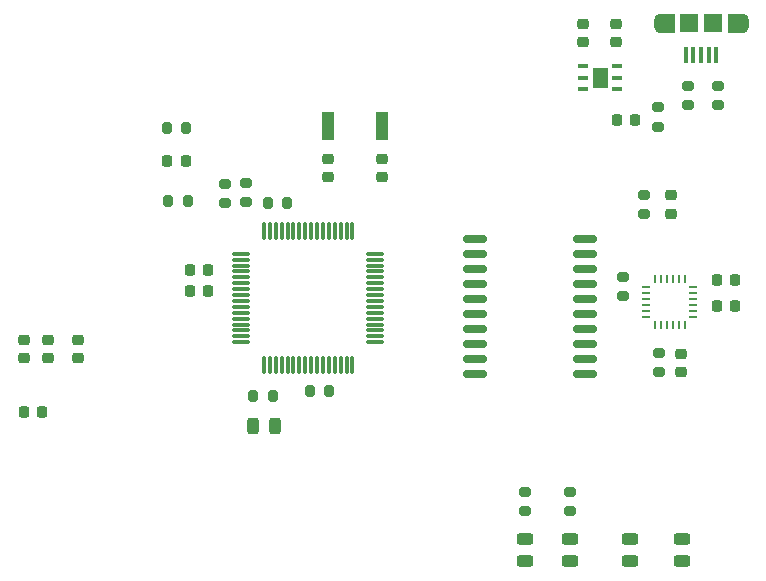
<source format=gtp>
%TF.GenerationSoftware,KiCad,Pcbnew,8.0.5*%
%TF.CreationDate,2024-12-24T01:11:55+09:00*%
%TF.ProjectId,Balancing_robot,42616c61-6e63-4696-9e67-5f726f626f74,rev?*%
%TF.SameCoordinates,Original*%
%TF.FileFunction,Paste,Top*%
%TF.FilePolarity,Positive*%
%FSLAX46Y46*%
G04 Gerber Fmt 4.6, Leading zero omitted, Abs format (unit mm)*
G04 Created by KiCad (PCBNEW 8.0.5) date 2024-12-24 01:11:55*
%MOMM*%
%LPD*%
G01*
G04 APERTURE LIST*
G04 Aperture macros list*
%AMRoundRect*
0 Rectangle with rounded corners*
0 $1 Rounding radius*
0 $2 $3 $4 $5 $6 $7 $8 $9 X,Y pos of 4 corners*
0 Add a 4 corners polygon primitive as box body*
4,1,4,$2,$3,$4,$5,$6,$7,$8,$9,$2,$3,0*
0 Add four circle primitives for the rounded corners*
1,1,$1+$1,$2,$3*
1,1,$1+$1,$4,$5*
1,1,$1+$1,$6,$7*
1,1,$1+$1,$8,$9*
0 Add four rect primitives between the rounded corners*
20,1,$1+$1,$2,$3,$4,$5,0*
20,1,$1+$1,$4,$5,$6,$7,0*
20,1,$1+$1,$6,$7,$8,$9,0*
20,1,$1+$1,$8,$9,$2,$3,0*%
G04 Aperture macros list end*
%ADD10C,0.010000*%
%ADD11RoundRect,0.225000X0.250000X-0.225000X0.250000X0.225000X-0.250000X0.225000X-0.250000X-0.225000X0*%
%ADD12RoundRect,0.225000X-0.225000X-0.250000X0.225000X-0.250000X0.225000X0.250000X-0.225000X0.250000X0*%
%ADD13R,0.400000X1.350000*%
%ADD14R,1.500000X1.550000*%
%ADD15RoundRect,0.035000X-0.700000X-0.105000X0.700000X-0.105000X0.700000X0.105000X-0.700000X0.105000X0*%
%ADD16RoundRect,0.035000X-0.105000X-0.700000X0.105000X-0.700000X0.105000X0.700000X-0.105000X0.700000X0*%
%ADD17RoundRect,0.225000X-0.250000X0.225000X-0.250000X-0.225000X0.250000X-0.225000X0.250000X0.225000X0*%
%ADD18RoundRect,0.243750X0.243750X0.456250X-0.243750X0.456250X-0.243750X-0.456250X0.243750X-0.456250X0*%
%ADD19RoundRect,0.200000X-0.200000X-0.275000X0.200000X-0.275000X0.200000X0.275000X-0.200000X0.275000X0*%
%ADD20RoundRect,0.200000X-0.275000X0.200000X-0.275000X-0.200000X0.275000X-0.200000X0.275000X0.200000X0*%
%ADD21RoundRect,0.200000X0.275000X-0.200000X0.275000X0.200000X-0.275000X0.200000X-0.275000X-0.200000X0*%
%ADD22R,0.790000X0.280000*%
%ADD23R,0.280000X0.790000*%
%ADD24RoundRect,0.150000X-0.875000X-0.150000X0.875000X-0.150000X0.875000X0.150000X-0.875000X0.150000X0*%
%ADD25RoundRect,0.243750X-0.456250X0.243750X-0.456250X-0.243750X0.456250X-0.243750X0.456250X0.243750X0*%
%ADD26RoundRect,0.243750X0.456250X-0.243750X0.456250X0.243750X-0.456250X0.243750X-0.456250X-0.243750X0*%
%ADD27RoundRect,0.225000X0.225000X0.250000X-0.225000X0.250000X-0.225000X-0.250000X0.225000X-0.250000X0*%
%ADD28RoundRect,0.218750X0.256250X-0.218750X0.256250X0.218750X-0.256250X0.218750X-0.256250X-0.218750X0*%
%ADD29R,0.980000X2.400000*%
%ADD30RoundRect,0.100000X-0.320000X-0.100000X0.320000X-0.100000X0.320000X0.100000X-0.320000X0.100000X0*%
%ADD31RoundRect,0.200000X0.200000X0.275000X-0.200000X0.275000X-0.200000X-0.275000X0.200000X-0.275000X0*%
G04 APERTURE END LIST*
D10*
%TO.C,J4*%
X119902600Y-60609200D02*
X118757600Y-60609200D01*
X118731600Y-60608200D01*
X118705600Y-60606200D01*
X118679600Y-60603200D01*
X118653600Y-60598200D01*
X118628600Y-60592200D01*
X118602600Y-60585200D01*
X118578600Y-60576200D01*
X118554600Y-60566200D01*
X118530600Y-60555200D01*
X118507600Y-60542200D01*
X118485600Y-60528200D01*
X118463600Y-60514200D01*
X118442600Y-60498200D01*
X118422600Y-60481200D01*
X118403600Y-60463200D01*
X118385600Y-60444200D01*
X118368600Y-60424200D01*
X118352600Y-60403200D01*
X118338600Y-60381200D01*
X118324600Y-60359200D01*
X118311600Y-60336200D01*
X118300600Y-60312200D01*
X118290600Y-60288200D01*
X118281600Y-60264200D01*
X118274600Y-60238200D01*
X118268600Y-60213200D01*
X118263600Y-60187200D01*
X118260600Y-60161200D01*
X118258600Y-60135200D01*
X118257600Y-60109200D01*
X118257600Y-59559200D01*
X118258600Y-59533200D01*
X118260600Y-59507200D01*
X118263600Y-59481200D01*
X118268600Y-59455200D01*
X118274600Y-59430200D01*
X118281600Y-59404200D01*
X118290600Y-59380200D01*
X118300600Y-59356200D01*
X118311600Y-59332200D01*
X118324600Y-59309200D01*
X118338600Y-59287200D01*
X118352600Y-59265200D01*
X118368600Y-59244200D01*
X118385600Y-59224200D01*
X118403600Y-59205200D01*
X118422600Y-59187200D01*
X118442600Y-59170200D01*
X118463600Y-59154200D01*
X118485600Y-59140200D01*
X118507600Y-59126200D01*
X118530600Y-59113200D01*
X118554600Y-59102200D01*
X118578600Y-59092200D01*
X118602600Y-59083200D01*
X118628600Y-59076200D01*
X118653600Y-59070200D01*
X118679600Y-59065200D01*
X118705600Y-59062200D01*
X118731600Y-59060200D01*
X118757600Y-59059200D01*
X119902600Y-59059200D01*
X119902600Y-60609200D01*
G36*
X119902600Y-60609200D02*
G01*
X118757600Y-60609200D01*
X118731600Y-60608200D01*
X118705600Y-60606200D01*
X118679600Y-60603200D01*
X118653600Y-60598200D01*
X118628600Y-60592200D01*
X118602600Y-60585200D01*
X118578600Y-60576200D01*
X118554600Y-60566200D01*
X118530600Y-60555200D01*
X118507600Y-60542200D01*
X118485600Y-60528200D01*
X118463600Y-60514200D01*
X118442600Y-60498200D01*
X118422600Y-60481200D01*
X118403600Y-60463200D01*
X118385600Y-60444200D01*
X118368600Y-60424200D01*
X118352600Y-60403200D01*
X118338600Y-60381200D01*
X118324600Y-60359200D01*
X118311600Y-60336200D01*
X118300600Y-60312200D01*
X118290600Y-60288200D01*
X118281600Y-60264200D01*
X118274600Y-60238200D01*
X118268600Y-60213200D01*
X118263600Y-60187200D01*
X118260600Y-60161200D01*
X118258600Y-60135200D01*
X118257600Y-60109200D01*
X118257600Y-59559200D01*
X118258600Y-59533200D01*
X118260600Y-59507200D01*
X118263600Y-59481200D01*
X118268600Y-59455200D01*
X118274600Y-59430200D01*
X118281600Y-59404200D01*
X118290600Y-59380200D01*
X118300600Y-59356200D01*
X118311600Y-59332200D01*
X118324600Y-59309200D01*
X118338600Y-59287200D01*
X118352600Y-59265200D01*
X118368600Y-59244200D01*
X118385600Y-59224200D01*
X118403600Y-59205200D01*
X118422600Y-59187200D01*
X118442600Y-59170200D01*
X118463600Y-59154200D01*
X118485600Y-59140200D01*
X118507600Y-59126200D01*
X118530600Y-59113200D01*
X118554600Y-59102200D01*
X118578600Y-59092200D01*
X118602600Y-59083200D01*
X118628600Y-59076200D01*
X118653600Y-59070200D01*
X118679600Y-59065200D01*
X118705600Y-59062200D01*
X118731600Y-59060200D01*
X118757600Y-59059200D01*
X119902600Y-59059200D01*
X119902600Y-60609200D01*
G37*
X125673600Y-59060200D02*
X125699600Y-59062200D01*
X125725600Y-59065200D01*
X125751600Y-59070200D01*
X125776600Y-59076200D01*
X125802600Y-59083200D01*
X125826600Y-59092200D01*
X125850600Y-59102200D01*
X125874600Y-59113200D01*
X125897600Y-59126200D01*
X125919600Y-59140200D01*
X125941600Y-59154200D01*
X125962600Y-59170200D01*
X125982600Y-59187200D01*
X126001600Y-59205200D01*
X126019600Y-59224200D01*
X126036600Y-59244200D01*
X126052600Y-59265200D01*
X126066600Y-59287200D01*
X126080600Y-59309200D01*
X126093600Y-59332200D01*
X126104600Y-59356200D01*
X126114600Y-59380200D01*
X126123600Y-59404200D01*
X126130600Y-59430200D01*
X126136600Y-59455200D01*
X126141600Y-59481200D01*
X126144600Y-59507200D01*
X126146600Y-59533200D01*
X126147600Y-59559200D01*
X126147600Y-60109200D01*
X126146600Y-60135200D01*
X126144600Y-60161200D01*
X126141600Y-60187200D01*
X126136600Y-60213200D01*
X126130600Y-60238200D01*
X126123600Y-60264200D01*
X126114600Y-60288200D01*
X126104600Y-60312200D01*
X126093600Y-60336200D01*
X126080600Y-60359200D01*
X126066600Y-60381200D01*
X126052600Y-60403200D01*
X126036600Y-60424200D01*
X126019600Y-60444200D01*
X126001600Y-60463200D01*
X125982600Y-60481200D01*
X125962600Y-60498200D01*
X125941600Y-60514200D01*
X125919600Y-60528200D01*
X125897600Y-60542200D01*
X125874600Y-60555200D01*
X125850600Y-60566200D01*
X125826600Y-60576200D01*
X125802600Y-60585200D01*
X125776600Y-60592200D01*
X125751600Y-60598200D01*
X125725600Y-60603200D01*
X125699600Y-60606200D01*
X125673600Y-60608200D01*
X125647600Y-60609200D01*
X124502600Y-60609200D01*
X124502600Y-59059200D01*
X125647600Y-59059200D01*
X125673600Y-59060200D01*
G36*
X125673600Y-59060200D02*
G01*
X125699600Y-59062200D01*
X125725600Y-59065200D01*
X125751600Y-59070200D01*
X125776600Y-59076200D01*
X125802600Y-59083200D01*
X125826600Y-59092200D01*
X125850600Y-59102200D01*
X125874600Y-59113200D01*
X125897600Y-59126200D01*
X125919600Y-59140200D01*
X125941600Y-59154200D01*
X125962600Y-59170200D01*
X125982600Y-59187200D01*
X126001600Y-59205200D01*
X126019600Y-59224200D01*
X126036600Y-59244200D01*
X126052600Y-59265200D01*
X126066600Y-59287200D01*
X126080600Y-59309200D01*
X126093600Y-59332200D01*
X126104600Y-59356200D01*
X126114600Y-59380200D01*
X126123600Y-59404200D01*
X126130600Y-59430200D01*
X126136600Y-59455200D01*
X126141600Y-59481200D01*
X126144600Y-59507200D01*
X126146600Y-59533200D01*
X126147600Y-59559200D01*
X126147600Y-60109200D01*
X126146600Y-60135200D01*
X126144600Y-60161200D01*
X126141600Y-60187200D01*
X126136600Y-60213200D01*
X126130600Y-60238200D01*
X126123600Y-60264200D01*
X126114600Y-60288200D01*
X126104600Y-60312200D01*
X126093600Y-60336200D01*
X126080600Y-60359200D01*
X126066600Y-60381200D01*
X126052600Y-60403200D01*
X126036600Y-60424200D01*
X126019600Y-60444200D01*
X126001600Y-60463200D01*
X125982600Y-60481200D01*
X125962600Y-60498200D01*
X125941600Y-60514200D01*
X125919600Y-60528200D01*
X125897600Y-60542200D01*
X125874600Y-60555200D01*
X125850600Y-60566200D01*
X125826600Y-60576200D01*
X125802600Y-60585200D01*
X125776600Y-60592200D01*
X125751600Y-60598200D01*
X125725600Y-60603200D01*
X125699600Y-60606200D01*
X125673600Y-60608200D01*
X125647600Y-60609200D01*
X124502600Y-60609200D01*
X124502600Y-59059200D01*
X125647600Y-59059200D01*
X125673600Y-59060200D01*
G37*
%TO.C,U4*%
X114230200Y-65285400D02*
X113090200Y-65285400D01*
X113090200Y-63625400D01*
X114230200Y-63625400D01*
X114230200Y-65285400D01*
G36*
X114230200Y-65285400D02*
G01*
X113090200Y-65285400D01*
X113090200Y-63625400D01*
X114230200Y-63625400D01*
X114230200Y-65285400D01*
G37*
%TD*%
D11*
%TO.C,C11*%
X66945000Y-88245000D03*
X66945000Y-86695000D03*
%TD*%
D12*
%TO.C,C15*%
X115093600Y-68070000D03*
X116643600Y-68070000D03*
%TD*%
D13*
%TO.C,J4*%
X123502600Y-62509200D03*
X122852600Y-62509200D03*
X122202600Y-62509200D03*
X121552600Y-62509200D03*
X120902600Y-62509200D03*
D14*
X121202600Y-59834200D03*
X123202600Y-59834200D03*
%TD*%
D12*
%TO.C,C21*%
X77010000Y-71535000D03*
X78560000Y-71535000D03*
%TD*%
D15*
%TO.C,U1*%
X83275000Y-79375000D03*
X83275000Y-79875000D03*
X83275000Y-80375000D03*
X83275000Y-80875000D03*
X83275000Y-81375000D03*
X83275000Y-81875000D03*
X83275000Y-82375000D03*
X83275000Y-82875000D03*
X83275000Y-83375000D03*
X83275000Y-83875000D03*
X83275000Y-84375000D03*
X83275000Y-84875000D03*
X83275000Y-85375000D03*
X83275000Y-85875000D03*
X83275000Y-86375000D03*
X83275000Y-86875000D03*
D16*
X85195000Y-88795000D03*
X85695000Y-88795000D03*
X86195000Y-88795000D03*
X86695000Y-88795000D03*
X87195000Y-88795000D03*
X87695000Y-88795000D03*
X88195000Y-88795000D03*
X88695000Y-88795000D03*
X89195000Y-88795000D03*
X89695000Y-88795000D03*
X90195000Y-88795000D03*
X90695000Y-88795000D03*
X91195000Y-88795000D03*
X91695000Y-88795000D03*
X92195000Y-88795000D03*
X92695000Y-88795000D03*
D15*
X94615000Y-86875000D03*
X94615000Y-86375000D03*
X94615000Y-85875000D03*
X94615000Y-85375000D03*
X94615000Y-84875000D03*
X94615000Y-84375000D03*
X94615000Y-83875000D03*
X94615000Y-83375000D03*
X94615000Y-82875000D03*
X94615000Y-82375000D03*
X94615000Y-81875000D03*
X94615000Y-81375000D03*
X94615000Y-80875000D03*
X94615000Y-80375000D03*
X94615000Y-79875000D03*
X94615000Y-79375000D03*
D16*
X92695000Y-77455000D03*
X92195000Y-77455000D03*
X91695000Y-77455000D03*
X91195000Y-77455000D03*
X90695000Y-77455000D03*
X90195000Y-77455000D03*
X89695000Y-77455000D03*
X89195000Y-77455000D03*
X88695000Y-77455000D03*
X88195000Y-77455000D03*
X87695000Y-77455000D03*
X87195000Y-77455000D03*
X86695000Y-77455000D03*
X86195000Y-77455000D03*
X85695000Y-77455000D03*
X85195000Y-77455000D03*
%TD*%
D17*
%TO.C,C19*%
X90621000Y-71352800D03*
X90621000Y-72902800D03*
%TD*%
D18*
%TO.C,D8*%
X86160000Y-93988750D03*
X84285000Y-93988750D03*
%TD*%
D19*
%TO.C,R16*%
X85535000Y-75085000D03*
X87185000Y-75085000D03*
%TD*%
D20*
%TO.C,R14*%
X107283400Y-99547600D03*
X107283400Y-101197600D03*
%TD*%
D21*
%TO.C,R6*%
X115635000Y-82975000D03*
X115635000Y-81325000D03*
%TD*%
D19*
%TO.C,R18*%
X76975000Y-68695000D03*
X78625000Y-68695000D03*
%TD*%
D17*
%TO.C,C3*%
X120491400Y-87825000D03*
X120491400Y-89375000D03*
%TD*%
D20*
%TO.C,R11*%
X121131000Y-65156000D03*
X121131000Y-66806000D03*
%TD*%
D11*
%TO.C,C13*%
X112215200Y-61465000D03*
X112215200Y-59915000D03*
%TD*%
D22*
%TO.C,U2*%
X117585000Y-82215000D03*
X117585000Y-82715000D03*
X117585000Y-83215000D03*
X117585000Y-83715000D03*
X117585000Y-84215000D03*
X117585000Y-84715000D03*
D23*
X118305000Y-85435000D03*
X118805000Y-85435000D03*
X119305000Y-85435000D03*
X119805000Y-85435000D03*
X120305000Y-85435000D03*
X120805000Y-85435000D03*
D22*
X121525000Y-84715000D03*
X121525000Y-84215000D03*
X121525000Y-83715000D03*
X121525000Y-83215000D03*
X121525000Y-82715000D03*
X121525000Y-82215000D03*
D23*
X120805000Y-81495000D03*
X120305000Y-81495000D03*
X119805000Y-81495000D03*
X119305000Y-81495000D03*
X118805000Y-81495000D03*
X118305000Y-81495000D03*
%TD*%
D20*
%TO.C,R10*%
X123641000Y-65156000D03*
X123641000Y-66806000D03*
%TD*%
%TO.C,R9*%
X118575000Y-66970000D03*
X118575000Y-68620000D03*
%TD*%
D21*
%TO.C,R2*%
X83685000Y-75020000D03*
X83685000Y-73370000D03*
%TD*%
D24*
%TO.C,U8*%
X103040000Y-78132500D03*
X103040000Y-79402500D03*
X103040000Y-80672500D03*
X103040000Y-81942500D03*
X103040000Y-83212500D03*
X103040000Y-84482500D03*
X103040000Y-85752500D03*
X103040000Y-87022500D03*
X103040000Y-88292500D03*
X103040000Y-89562500D03*
X112350000Y-89562500D03*
X112350000Y-88292500D03*
X112350000Y-87022500D03*
X112350000Y-85752500D03*
X112350000Y-84482500D03*
X112350000Y-83212500D03*
X112350000Y-81942500D03*
X112350000Y-80672500D03*
X112350000Y-79402500D03*
X112350000Y-78132500D03*
%TD*%
D25*
%TO.C,D3*%
X120593000Y-103549900D03*
X120593000Y-105424900D03*
%TD*%
D20*
%TO.C,R1*%
X81910000Y-73445000D03*
X81910000Y-75095000D03*
%TD*%
D26*
%TO.C,D2*%
X111144200Y-105424900D03*
X111144200Y-103549900D03*
%TD*%
D27*
%TO.C,C5*%
X125110000Y-81575000D03*
X123560000Y-81575000D03*
%TD*%
D28*
%TO.C,FB1*%
X69435000Y-88242500D03*
X69435000Y-86667500D03*
%TD*%
D20*
%TO.C,R7*%
X117335000Y-74380000D03*
X117335000Y-76030000D03*
%TD*%
D12*
%TO.C,C17*%
X78915000Y-80713000D03*
X80465000Y-80713000D03*
%TD*%
D29*
%TO.C,U5*%
X90635000Y-68535000D03*
X95195000Y-68535000D03*
%TD*%
D27*
%TO.C,C18*%
X66395000Y-92785000D03*
X64845000Y-92785000D03*
%TD*%
D12*
%TO.C,C2*%
X123560000Y-83785000D03*
X125110000Y-83785000D03*
%TD*%
D11*
%TO.C,C14*%
X115025000Y-61465000D03*
X115025000Y-59915000D03*
%TD*%
D26*
%TO.C,D1*%
X116224200Y-105424900D03*
X116224200Y-103549900D03*
%TD*%
D20*
%TO.C,R4*%
X118662600Y-87774200D03*
X118662600Y-89424200D03*
%TD*%
D11*
%TO.C,C9*%
X64915000Y-88242500D03*
X64915000Y-86692500D03*
%TD*%
D17*
%TO.C,C20*%
X95193000Y-71350000D03*
X95193000Y-72900000D03*
%TD*%
D11*
%TO.C,C4*%
X119645000Y-75995000D03*
X119645000Y-74445000D03*
%TD*%
D26*
%TO.C,D6*%
X107283400Y-105424900D03*
X107283400Y-103549900D03*
%TD*%
D19*
%TO.C,R15*%
X89060000Y-91025000D03*
X90710000Y-91025000D03*
%TD*%
D12*
%TO.C,C16*%
X78924000Y-82541800D03*
X80474000Y-82541800D03*
%TD*%
D21*
%TO.C,R5*%
X111144200Y-101197600D03*
X111144200Y-99547600D03*
%TD*%
D19*
%TO.C,R17*%
X84287500Y-91438750D03*
X85937500Y-91438750D03*
%TD*%
D30*
%TO.C,U4*%
X112225200Y-63505400D03*
X112225200Y-64455400D03*
X112225200Y-65405400D03*
X115095200Y-65405400D03*
X115095200Y-64455400D03*
X115095200Y-63505400D03*
%TD*%
D31*
%TO.C,R13*%
X78730000Y-74895000D03*
X77080000Y-74895000D03*
%TD*%
M02*

</source>
